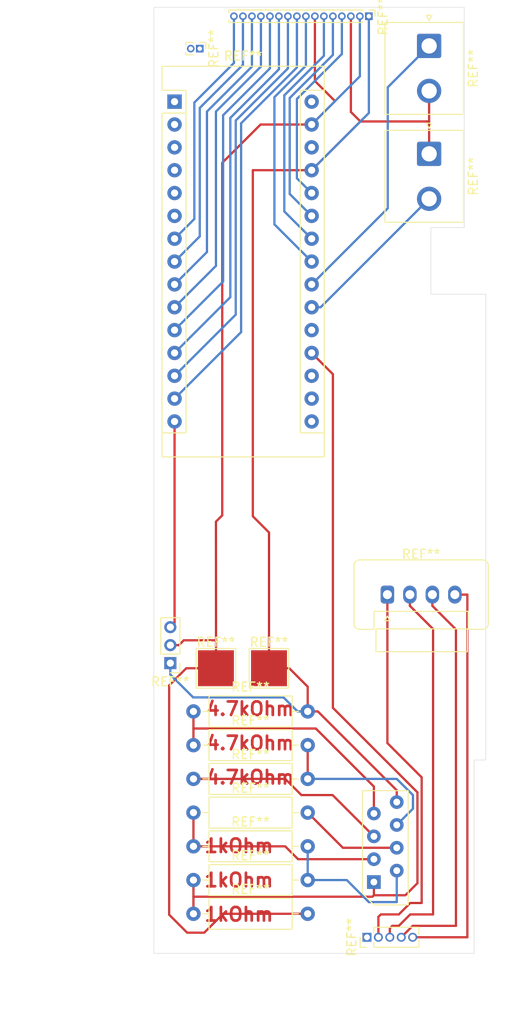
<source format=kicad_pcb>
(kicad_pcb (version 20171130) (host pcbnew 5.1.5)

  (general
    (thickness 1.6)
    (drawings 28)
    (tracks 166)
    (zones 0)
    (modules 18)
    (nets 1)
  )

  (page A4)
  (layers
    (0 F.Cu signal)
    (31 B.Cu signal)
    (32 B.Adhes user)
    (33 F.Adhes user)
    (34 B.Paste user)
    (35 F.Paste user)
    (36 B.SilkS user)
    (37 F.SilkS user hide)
    (38 B.Mask user)
    (39 F.Mask user)
    (40 Dwgs.User user)
    (41 Cmts.User user)
    (42 Eco1.User user)
    (43 Eco2.User user)
    (44 Edge.Cuts user)
    (45 Margin user)
    (46 B.CrtYd user)
    (47 F.CrtYd user)
    (48 B.Fab user)
    (49 F.Fab user hide)
  )

  (setup
    (last_trace_width 0.25)
    (trace_clearance 0.1)
    (zone_clearance 0.508)
    (zone_45_only no)
    (trace_min 0.2)
    (via_size 0.8)
    (via_drill 0.4)
    (via_min_size 0.4)
    (via_min_drill 0.3)
    (uvia_size 0.3)
    (uvia_drill 0.1)
    (uvias_allowed no)
    (uvia_min_size 0.2)
    (uvia_min_drill 0.1)
    (edge_width 0.05)
    (segment_width 0.2)
    (pcb_text_width 0.3)
    (pcb_text_size 1.5 1.5)
    (mod_edge_width 0.12)
    (mod_text_size 1 1)
    (mod_text_width 0.15)
    (pad_size 1.524 1.524)
    (pad_drill 0.762)
    (pad_to_mask_clearance 0.051)
    (solder_mask_min_width 0.25)
    (aux_axis_origin 0 0)
    (visible_elements FFFFFF7F)
    (pcbplotparams
      (layerselection 0x010fc_ffffffff)
      (usegerberextensions false)
      (usegerberattributes false)
      (usegerberadvancedattributes false)
      (creategerberjobfile false)
      (excludeedgelayer true)
      (linewidth 0.100000)
      (plotframeref true)
      (viasonmask false)
      (mode 1)
      (useauxorigin false)
      (hpglpennumber 1)
      (hpglpenspeed 20)
      (hpglpendiameter 15.000000)
      (psnegative false)
      (psa4output false)
      (plotreference true)
      (plotvalue true)
      (plotinvisibletext false)
      (padsonsilk false)
      (subtractmaskfromsilk false)
      (outputformat 1)
      (mirror false)
      (drillshape 0)
      (scaleselection 1)
      (outputdirectory "gerber/"))
  )

  (net 0 "")

  (net_class Default "Dies ist die voreingestellte Netzklasse."
    (clearance 0.1)
    (trace_width 0.25)
    (via_dia 0.8)
    (via_drill 0.4)
    (uvia_dia 0.3)
    (uvia_drill 0.1)
  )

  (module Connector_PinHeader_2.00mm:PinHeader_1x03_P2.00mm_Vertical (layer F.Cu) (tedit 59FED667) (tstamp 5DE18B0B)
    (at 74.93 138.43 180)
    (descr "Through hole straight pin header, 1x03, 2.00mm pitch, single row")
    (tags "Through hole pin header THT 1x03 2.00mm single row")
    (fp_text reference REF** (at 0 -2.06) (layer F.SilkS)
      (effects (font (size 1 1) (thickness 0.15)))
    )
    (fp_text value PinHeader_1x03_P2.00mm_Vertical (at 0 6.06) (layer F.Fab)
      (effects (font (size 1 1) (thickness 0.15)))
    )
    (fp_text user %R (at 0 2 90) (layer F.Fab)
      (effects (font (size 1 1) (thickness 0.15)))
    )
    (fp_line (start 1.5 -1.5) (end -1.5 -1.5) (layer F.CrtYd) (width 0.05))
    (fp_line (start 1.5 5.5) (end 1.5 -1.5) (layer F.CrtYd) (width 0.05))
    (fp_line (start -1.5 5.5) (end 1.5 5.5) (layer F.CrtYd) (width 0.05))
    (fp_line (start -1.5 -1.5) (end -1.5 5.5) (layer F.CrtYd) (width 0.05))
    (fp_line (start -1.06 -1.06) (end 0 -1.06) (layer F.SilkS) (width 0.12))
    (fp_line (start -1.06 0) (end -1.06 -1.06) (layer F.SilkS) (width 0.12))
    (fp_line (start -1.06 1) (end 1.06 1) (layer F.SilkS) (width 0.12))
    (fp_line (start 1.06 1) (end 1.06 5.06) (layer F.SilkS) (width 0.12))
    (fp_line (start -1.06 1) (end -1.06 5.06) (layer F.SilkS) (width 0.12))
    (fp_line (start -1.06 5.06) (end 1.06 5.06) (layer F.SilkS) (width 0.12))
    (fp_line (start -1 -0.5) (end -0.5 -1) (layer F.Fab) (width 0.1))
    (fp_line (start -1 5) (end -1 -0.5) (layer F.Fab) (width 0.1))
    (fp_line (start 1 5) (end -1 5) (layer F.Fab) (width 0.1))
    (fp_line (start 1 -1) (end 1 5) (layer F.Fab) (width 0.1))
    (fp_line (start -0.5 -1) (end 1 -1) (layer F.Fab) (width 0.1))
    (pad 3 thru_hole oval (at 0 4 180) (size 1.35 1.35) (drill 0.8) (layers *.Cu *.Mask))
    (pad 2 thru_hole oval (at 0 2 180) (size 1.35 1.35) (drill 0.8) (layers *.Cu *.Mask))
    (pad 1 thru_hole rect (at 0 0 180) (size 1.35 1.35) (drill 0.8) (layers *.Cu *.Mask))
    (model ${KISYS3DMOD}/Connector_PinHeader_2.00mm.3dshapes/PinHeader_1x03_P2.00mm_Vertical.wrl
      (at (xyz 0 0 0))
      (scale (xyz 1 1 1))
      (rotate (xyz 0 0 0))
    )
  )

  (module Connector_Stocko:Stocko_MKS_1654-6-0-404_1x4_P2.50mm_Vertical (layer F.Cu) (tedit 5C7139E8) (tstamp 5DE180F2)
    (at 99.06 130.81)
    (descr "Stocko MKS 16xx series connector, (https://www.stocko-contact.com/downloads/steckverbindersystem-raster-2,5-mm.pdf#page=15), generated with kicad-footprint-generator")
    (tags "Stocko RFK MKS 16xx")
    (fp_text reference REF** (at 3.75 -4.5) (layer F.SilkS)
      (effects (font (size 1 1) (thickness 0.15)))
    )
    (fp_text value Stocko_MKS_1654-6-0-404_1x4_P2.50mm_Vertical (at 3.75 5.86) (layer F.Fab)
      (effects (font (size 1 1) (thickness 0.15)))
    )
    (fp_text user %R (at 3.75 -2) (layer F.Fab)
      (effects (font (size 1 1) (thickness 0.15)))
    )
    (fp_line (start 11.6 -4.25) (end -4.1 -4.25) (layer F.CrtYd) (width 0.05))
    (fp_line (start 11.6 4.25) (end 11.6 -4.25) (layer F.CrtYd) (width 0.05))
    (fp_line (start -4.1 4.25) (end 11.6 4.25) (layer F.CrtYd) (width 0.05))
    (fp_line (start -4.1 -4.25) (end -4.1 4.25) (layer F.CrtYd) (width 0.05))
    (fp_line (start 0 1.25) (end 0.5 1.75) (layer F.Fab) (width 0.1))
    (fp_line (start -0.5 1.75) (end 0 1.25) (layer F.Fab) (width 0.1))
    (fp_line (start 0.5 1.75) (end 9.1 1.75) (layer F.Fab) (width 0.1))
    (fp_line (start -1.6 1.75) (end -0.5 1.75) (layer F.Fab) (width 0.1))
    (fp_line (start 9.1 3.75) (end 9.1 1.75) (layer F.Fab) (width 0.1))
    (fp_line (start 10.6 3.75) (end 9.1 3.75) (layer F.Fab) (width 0.1))
    (fp_line (start -1.6 3.75) (end -1.6 1.75) (layer F.Fab) (width 0.1))
    (fp_line (start -3.1 3.75) (end -1.6 3.75) (layer F.Fab) (width 0.1))
    (fp_line (start 11.1 -3.25) (end 11.1 3.25) (layer F.Fab) (width 0.1))
    (fp_line (start -3.6 -3.25) (end -3.6 3.25) (layer F.Fab) (width 0.1))
    (fp_line (start -3.1 -3.75) (end 10.6 -3.75) (layer F.Fab) (width 0.1))
    (fp_line (start -0.3 2.9) (end 0.3 2.9) (layer F.SilkS) (width 0.12))
    (fp_line (start 0 2.4) (end -0.3 2.9) (layer F.SilkS) (width 0.12))
    (fp_line (start 0.3 2.9) (end 0 2.4) (layer F.SilkS) (width 0.12))
    (fp_line (start -1.49 1.86) (end 8.99 1.86) (layer F.SilkS) (width 0.12))
    (fp_line (start 8.99 3.86) (end 8.99 1.86) (layer F.SilkS) (width 0.12))
    (fp_line (start 10.6 3.86) (end 8.99 3.86) (layer F.SilkS) (width 0.12))
    (fp_line (start -1.49 3.86) (end -1.49 1.86) (layer F.SilkS) (width 0.12))
    (fp_line (start -3.1 3.86) (end -1.49 3.86) (layer F.SilkS) (width 0.12))
    (fp_line (start 11.21 -3.25) (end 11.21 3.25) (layer F.SilkS) (width 0.12))
    (fp_line (start -3.71 -3.25) (end -3.71 3.25) (layer F.SilkS) (width 0.12))
    (fp_line (start -3.1 -3.86) (end 10.6 -3.86) (layer F.SilkS) (width 0.12))
    (fp_arc (start 10.6 3.25) (end 11.1 3.25) (angle 90) (layer F.Fab) (width 0.1))
    (fp_arc (start -3.1 3.25) (end -3.1 3.75) (angle 90) (layer F.Fab) (width 0.1))
    (fp_arc (start 10.6 -3.25) (end 10.6 -3.75) (angle 90) (layer F.Fab) (width 0.1))
    (fp_arc (start -3.1 -3.25) (end -3.6 -3.25) (angle 90) (layer F.Fab) (width 0.1))
    (fp_arc (start 10.6 3.25) (end 11.21 3.25) (angle 90) (layer F.SilkS) (width 0.12))
    (fp_arc (start -3.1 3.25) (end -3.1 3.86) (angle 90) (layer F.SilkS) (width 0.12))
    (fp_arc (start 10.6 -3.25) (end 10.6 -3.86) (angle 90) (layer F.SilkS) (width 0.12))
    (fp_arc (start -3.1 -3.25) (end -3.71 -3.25) (angle 90) (layer F.SilkS) (width 0.12))
    (pad 4 thru_hole oval (at 7.5 0) (size 1.5 2) (drill 1) (layers *.Cu *.Mask))
    (pad 3 thru_hole oval (at 5 0) (size 1.5 2) (drill 1) (layers *.Cu *.Mask))
    (pad 2 thru_hole oval (at 2.5 0) (size 1.5 2) (drill 1) (layers *.Cu *.Mask))
    (pad 1 thru_hole roundrect (at 0 0) (size 1.5 2) (drill 1) (layers *.Cu *.Mask) (roundrect_rratio 0.25))
    (model ${KISYS3DMOD}/Connector_Stocko.3dshapes/Stocko_MKS_1654-6-0-404_1x4_P2.50mm_Vertical.wrl
      (at (xyz 0 0 0))
      (scale (xyz 1 1 1))
      (rotate (xyz 0 0 0))
    )
  )

  (module Resistor_THT:R_Axial_DIN0309_L9.0mm_D3.2mm_P12.70mm_Horizontal (layer F.Cu) (tedit 5AE5139B) (tstamp 5DCED6C8)
    (at 77.5 166.3)
    (descr "Resistor, Axial_DIN0309 series, Axial, Horizontal, pin pitch=12.7mm, 0.5W = 1/2W, length*diameter=9*3.2mm^2, http://cdn-reichelt.de/documents/datenblatt/B400/1_4W%23YAG.pdf")
    (tags "Resistor Axial_DIN0309 series Axial Horizontal pin pitch 12.7mm 0.5W = 1/2W length 9mm diameter 3.2mm")
    (fp_text reference REF** (at 6.35 -2.72) (layer F.SilkS)
      (effects (font (size 1 1) (thickness 0.15)))
    )
    (fp_text value R_Axial_DIN0309_L9.0mm_D3.2mm_P12.70mm_Horizontal (at 6.35 2.72) (layer F.Fab)
      (effects (font (size 1 1) (thickness 0.15)))
    )
    (fp_line (start 1.85 -1.6) (end 1.85 1.6) (layer F.Fab) (width 0.1))
    (fp_line (start 1.85 1.6) (end 10.85 1.6) (layer F.Fab) (width 0.1))
    (fp_line (start 10.85 1.6) (end 10.85 -1.6) (layer F.Fab) (width 0.1))
    (fp_line (start 10.85 -1.6) (end 1.85 -1.6) (layer F.Fab) (width 0.1))
    (fp_line (start 0 0) (end 1.85 0) (layer F.Fab) (width 0.1))
    (fp_line (start 12.7 0) (end 10.85 0) (layer F.Fab) (width 0.1))
    (fp_line (start 1.73 -1.72) (end 1.73 1.72) (layer F.SilkS) (width 0.12))
    (fp_line (start 1.73 1.72) (end 10.97 1.72) (layer F.SilkS) (width 0.12))
    (fp_line (start 10.97 1.72) (end 10.97 -1.72) (layer F.SilkS) (width 0.12))
    (fp_line (start 10.97 -1.72) (end 1.73 -1.72) (layer F.SilkS) (width 0.12))
    (fp_line (start 1.04 0) (end 1.73 0) (layer F.SilkS) (width 0.12))
    (fp_line (start 11.66 0) (end 10.97 0) (layer F.SilkS) (width 0.12))
    (fp_line (start -1.05 -1.85) (end -1.05 1.85) (layer F.CrtYd) (width 0.05))
    (fp_line (start -1.05 1.85) (end 13.75 1.85) (layer F.CrtYd) (width 0.05))
    (fp_line (start 13.75 1.85) (end 13.75 -1.85) (layer F.CrtYd) (width 0.05))
    (fp_line (start 13.75 -1.85) (end -1.05 -1.85) (layer F.CrtYd) (width 0.05))
    (fp_text user %R (at 6.35 0) (layer F.Fab)
      (effects (font (size 1 1) (thickness 0.15)))
    )
    (pad 1 thru_hole circle (at 0 0) (size 1.6 1.6) (drill 0.8) (layers *.Cu *.Mask))
    (pad 2 thru_hole oval (at 12.7 0) (size 1.6 1.6) (drill 0.8) (layers *.Cu *.Mask))
    (model ${KISYS3DMOD}/Resistor_THT.3dshapes/R_Axial_DIN0309_L9.0mm_D3.2mm_P12.70mm_Horizontal.wrl
      (at (xyz 0 0 0))
      (scale (xyz 1 1 1))
      (rotate (xyz 0 0 0))
    )
  )

  (module Resistor_THT:R_Axial_DIN0309_L9.0mm_D3.2mm_P12.70mm_Horizontal (layer F.Cu) (tedit 5AE5139B) (tstamp 5DCED69C)
    (at 77.5 162.55)
    (descr "Resistor, Axial_DIN0309 series, Axial, Horizontal, pin pitch=12.7mm, 0.5W = 1/2W, length*diameter=9*3.2mm^2, http://cdn-reichelt.de/documents/datenblatt/B400/1_4W%23YAG.pdf")
    (tags "Resistor Axial_DIN0309 series Axial Horizontal pin pitch 12.7mm 0.5W = 1/2W length 9mm diameter 3.2mm")
    (fp_text reference REF** (at 6.35 -2.72) (layer F.SilkS)
      (effects (font (size 1 1) (thickness 0.15)))
    )
    (fp_text value R_Axial_DIN0309_L9.0mm_D3.2mm_P12.70mm_Horizontal (at 6.35 2.72) (layer F.Fab)
      (effects (font (size 1 1) (thickness 0.15)))
    )
    (fp_line (start 1.85 -1.6) (end 1.85 1.6) (layer F.Fab) (width 0.1))
    (fp_line (start 1.85 1.6) (end 10.85 1.6) (layer F.Fab) (width 0.1))
    (fp_line (start 10.85 1.6) (end 10.85 -1.6) (layer F.Fab) (width 0.1))
    (fp_line (start 10.85 -1.6) (end 1.85 -1.6) (layer F.Fab) (width 0.1))
    (fp_line (start 0 0) (end 1.85 0) (layer F.Fab) (width 0.1))
    (fp_line (start 12.7 0) (end 10.85 0) (layer F.Fab) (width 0.1))
    (fp_line (start 1.73 -1.72) (end 1.73 1.72) (layer F.SilkS) (width 0.12))
    (fp_line (start 1.73 1.72) (end 10.97 1.72) (layer F.SilkS) (width 0.12))
    (fp_line (start 10.97 1.72) (end 10.97 -1.72) (layer F.SilkS) (width 0.12))
    (fp_line (start 10.97 -1.72) (end 1.73 -1.72) (layer F.SilkS) (width 0.12))
    (fp_line (start 1.04 0) (end 1.73 0) (layer F.SilkS) (width 0.12))
    (fp_line (start 11.66 0) (end 10.97 0) (layer F.SilkS) (width 0.12))
    (fp_line (start -1.05 -1.85) (end -1.05 1.85) (layer F.CrtYd) (width 0.05))
    (fp_line (start -1.05 1.85) (end 13.75 1.85) (layer F.CrtYd) (width 0.05))
    (fp_line (start 13.75 1.85) (end 13.75 -1.85) (layer F.CrtYd) (width 0.05))
    (fp_line (start 13.75 -1.85) (end -1.05 -1.85) (layer F.CrtYd) (width 0.05))
    (fp_text user %R (at 6.35 0) (layer F.Fab)
      (effects (font (size 1 1) (thickness 0.15)))
    )
    (pad 1 thru_hole circle (at 0 0) (size 1.6 1.6) (drill 0.8) (layers *.Cu *.Mask))
    (pad 2 thru_hole oval (at 12.7 0) (size 1.6 1.6) (drill 0.8) (layers *.Cu *.Mask))
    (model ${KISYS3DMOD}/Resistor_THT.3dshapes/R_Axial_DIN0309_L9.0mm_D3.2mm_P12.70mm_Horizontal.wrl
      (at (xyz 0 0 0))
      (scale (xyz 1 1 1))
      (rotate (xyz 0 0 0))
    )
  )

  (module Resistor_THT:R_Axial_DIN0309_L9.0mm_D3.2mm_P12.70mm_Horizontal (layer F.Cu) (tedit 5AE5139B) (tstamp 5DCED670)
    (at 77.5 158.8)
    (descr "Resistor, Axial_DIN0309 series, Axial, Horizontal, pin pitch=12.7mm, 0.5W = 1/2W, length*diameter=9*3.2mm^2, http://cdn-reichelt.de/documents/datenblatt/B400/1_4W%23YAG.pdf")
    (tags "Resistor Axial_DIN0309 series Axial Horizontal pin pitch 12.7mm 0.5W = 1/2W length 9mm diameter 3.2mm")
    (fp_text reference REF** (at 6.35 -2.72) (layer F.SilkS)
      (effects (font (size 1 1) (thickness 0.15)))
    )
    (fp_text value R_Axial_DIN0309_L9.0mm_D3.2mm_P12.70mm_Horizontal (at 6.35 2.72) (layer F.Fab)
      (effects (font (size 1 1) (thickness 0.15)))
    )
    (fp_line (start 1.85 -1.6) (end 1.85 1.6) (layer F.Fab) (width 0.1))
    (fp_line (start 1.85 1.6) (end 10.85 1.6) (layer F.Fab) (width 0.1))
    (fp_line (start 10.85 1.6) (end 10.85 -1.6) (layer F.Fab) (width 0.1))
    (fp_line (start 10.85 -1.6) (end 1.85 -1.6) (layer F.Fab) (width 0.1))
    (fp_line (start 0 0) (end 1.85 0) (layer F.Fab) (width 0.1))
    (fp_line (start 12.7 0) (end 10.85 0) (layer F.Fab) (width 0.1))
    (fp_line (start 1.73 -1.72) (end 1.73 1.72) (layer F.SilkS) (width 0.12))
    (fp_line (start 1.73 1.72) (end 10.97 1.72) (layer F.SilkS) (width 0.12))
    (fp_line (start 10.97 1.72) (end 10.97 -1.72) (layer F.SilkS) (width 0.12))
    (fp_line (start 10.97 -1.72) (end 1.73 -1.72) (layer F.SilkS) (width 0.12))
    (fp_line (start 1.04 0) (end 1.73 0) (layer F.SilkS) (width 0.12))
    (fp_line (start 11.66 0) (end 10.97 0) (layer F.SilkS) (width 0.12))
    (fp_line (start -1.05 -1.85) (end -1.05 1.85) (layer F.CrtYd) (width 0.05))
    (fp_line (start -1.05 1.85) (end 13.75 1.85) (layer F.CrtYd) (width 0.05))
    (fp_line (start 13.75 1.85) (end 13.75 -1.85) (layer F.CrtYd) (width 0.05))
    (fp_line (start 13.75 -1.85) (end -1.05 -1.85) (layer F.CrtYd) (width 0.05))
    (fp_text user %R (at 6.35 0) (layer F.Fab)
      (effects (font (size 1 1) (thickness 0.15)))
    )
    (pad 1 thru_hole circle (at 0 0) (size 1.6 1.6) (drill 0.8) (layers *.Cu *.Mask))
    (pad 2 thru_hole oval (at 12.7 0) (size 1.6 1.6) (drill 0.8) (layers *.Cu *.Mask))
    (model ${KISYS3DMOD}/Resistor_THT.3dshapes/R_Axial_DIN0309_L9.0mm_D3.2mm_P12.70mm_Horizontal.wrl
      (at (xyz 0 0 0))
      (scale (xyz 1 1 1))
      (rotate (xyz 0 0 0))
    )
  )

  (module Resistor_THT:R_Axial_DIN0309_L9.0mm_D3.2mm_P12.70mm_Horizontal (layer F.Cu) (tedit 5AE5139B) (tstamp 5DCED644)
    (at 77.5 155.05)
    (descr "Resistor, Axial_DIN0309 series, Axial, Horizontal, pin pitch=12.7mm, 0.5W = 1/2W, length*diameter=9*3.2mm^2, http://cdn-reichelt.de/documents/datenblatt/B400/1_4W%23YAG.pdf")
    (tags "Resistor Axial_DIN0309 series Axial Horizontal pin pitch 12.7mm 0.5W = 1/2W length 9mm diameter 3.2mm")
    (fp_text reference REF** (at 6.35 -2.72) (layer F.SilkS)
      (effects (font (size 1 1) (thickness 0.15)))
    )
    (fp_text value R_Axial_DIN0309_L9.0mm_D3.2mm_P12.70mm_Horizontal (at 6.35 2.72) (layer F.Fab)
      (effects (font (size 1 1) (thickness 0.15)))
    )
    (fp_line (start 1.85 -1.6) (end 1.85 1.6) (layer F.Fab) (width 0.1))
    (fp_line (start 1.85 1.6) (end 10.85 1.6) (layer F.Fab) (width 0.1))
    (fp_line (start 10.85 1.6) (end 10.85 -1.6) (layer F.Fab) (width 0.1))
    (fp_line (start 10.85 -1.6) (end 1.85 -1.6) (layer F.Fab) (width 0.1))
    (fp_line (start 0 0) (end 1.85 0) (layer F.Fab) (width 0.1))
    (fp_line (start 12.7 0) (end 10.85 0) (layer F.Fab) (width 0.1))
    (fp_line (start 1.73 -1.72) (end 1.73 1.72) (layer F.SilkS) (width 0.12))
    (fp_line (start 1.73 1.72) (end 10.97 1.72) (layer F.SilkS) (width 0.12))
    (fp_line (start 10.97 1.72) (end 10.97 -1.72) (layer F.SilkS) (width 0.12))
    (fp_line (start 10.97 -1.72) (end 1.73 -1.72) (layer F.SilkS) (width 0.12))
    (fp_line (start 1.04 0) (end 1.73 0) (layer F.SilkS) (width 0.12))
    (fp_line (start 11.66 0) (end 10.97 0) (layer F.SilkS) (width 0.12))
    (fp_line (start -1.05 -1.85) (end -1.05 1.85) (layer F.CrtYd) (width 0.05))
    (fp_line (start -1.05 1.85) (end 13.75 1.85) (layer F.CrtYd) (width 0.05))
    (fp_line (start 13.75 1.85) (end 13.75 -1.85) (layer F.CrtYd) (width 0.05))
    (fp_line (start 13.75 -1.85) (end -1.05 -1.85) (layer F.CrtYd) (width 0.05))
    (fp_text user %R (at 6.35 0) (layer F.Fab)
      (effects (font (size 1 1) (thickness 0.15)))
    )
    (pad 1 thru_hole circle (at 0 0) (size 1.6 1.6) (drill 0.8) (layers *.Cu *.Mask))
    (pad 2 thru_hole oval (at 12.7 0) (size 1.6 1.6) (drill 0.8) (layers *.Cu *.Mask))
    (model ${KISYS3DMOD}/Resistor_THT.3dshapes/R_Axial_DIN0309_L9.0mm_D3.2mm_P12.70mm_Horizontal.wrl
      (at (xyz 0 0 0))
      (scale (xyz 1 1 1))
      (rotate (xyz 0 0 0))
    )
  )

  (module Resistor_THT:R_Axial_DIN0309_L9.0mm_D3.2mm_P12.70mm_Horizontal (layer F.Cu) (tedit 5AE5139B) (tstamp 5DCED618)
    (at 77.5 151.3)
    (descr "Resistor, Axial_DIN0309 series, Axial, Horizontal, pin pitch=12.7mm, 0.5W = 1/2W, length*diameter=9*3.2mm^2, http://cdn-reichelt.de/documents/datenblatt/B400/1_4W%23YAG.pdf")
    (tags "Resistor Axial_DIN0309 series Axial Horizontal pin pitch 12.7mm 0.5W = 1/2W length 9mm diameter 3.2mm")
    (fp_text reference REF** (at 6.35 -2.72) (layer F.SilkS)
      (effects (font (size 1 1) (thickness 0.15)))
    )
    (fp_text value R_Axial_DIN0309_L9.0mm_D3.2mm_P12.70mm_Horizontal (at 6.35 2.72) (layer F.Fab)
      (effects (font (size 1 1) (thickness 0.15)))
    )
    (fp_line (start 1.85 -1.6) (end 1.85 1.6) (layer F.Fab) (width 0.1))
    (fp_line (start 1.85 1.6) (end 10.85 1.6) (layer F.Fab) (width 0.1))
    (fp_line (start 10.85 1.6) (end 10.85 -1.6) (layer F.Fab) (width 0.1))
    (fp_line (start 10.85 -1.6) (end 1.85 -1.6) (layer F.Fab) (width 0.1))
    (fp_line (start 0 0) (end 1.85 0) (layer F.Fab) (width 0.1))
    (fp_line (start 12.7 0) (end 10.85 0) (layer F.Fab) (width 0.1))
    (fp_line (start 1.73 -1.72) (end 1.73 1.72) (layer F.SilkS) (width 0.12))
    (fp_line (start 1.73 1.72) (end 10.97 1.72) (layer F.SilkS) (width 0.12))
    (fp_line (start 10.97 1.72) (end 10.97 -1.72) (layer F.SilkS) (width 0.12))
    (fp_line (start 10.97 -1.72) (end 1.73 -1.72) (layer F.SilkS) (width 0.12))
    (fp_line (start 1.04 0) (end 1.73 0) (layer F.SilkS) (width 0.12))
    (fp_line (start 11.66 0) (end 10.97 0) (layer F.SilkS) (width 0.12))
    (fp_line (start -1.05 -1.85) (end -1.05 1.85) (layer F.CrtYd) (width 0.05))
    (fp_line (start -1.05 1.85) (end 13.75 1.85) (layer F.CrtYd) (width 0.05))
    (fp_line (start 13.75 1.85) (end 13.75 -1.85) (layer F.CrtYd) (width 0.05))
    (fp_line (start 13.75 -1.85) (end -1.05 -1.85) (layer F.CrtYd) (width 0.05))
    (fp_text user %R (at 6.35 0) (layer F.Fab)
      (effects (font (size 1 1) (thickness 0.15)))
    )
    (pad 1 thru_hole circle (at 0 0) (size 1.6 1.6) (drill 0.8) (layers *.Cu *.Mask))
    (pad 2 thru_hole oval (at 12.7 0) (size 1.6 1.6) (drill 0.8) (layers *.Cu *.Mask))
    (model ${KISYS3DMOD}/Resistor_THT.3dshapes/R_Axial_DIN0309_L9.0mm_D3.2mm_P12.70mm_Horizontal.wrl
      (at (xyz 0 0 0))
      (scale (xyz 1 1 1))
      (rotate (xyz 0 0 0))
    )
  )

  (module Resistor_THT:R_Axial_DIN0309_L9.0mm_D3.2mm_P12.70mm_Horizontal (layer F.Cu) (tedit 5AE5139B) (tstamp 5DCED5EC)
    (at 77.5 147.55)
    (descr "Resistor, Axial_DIN0309 series, Axial, Horizontal, pin pitch=12.7mm, 0.5W = 1/2W, length*diameter=9*3.2mm^2, http://cdn-reichelt.de/documents/datenblatt/B400/1_4W%23YAG.pdf")
    (tags "Resistor Axial_DIN0309 series Axial Horizontal pin pitch 12.7mm 0.5W = 1/2W length 9mm diameter 3.2mm")
    (fp_text reference REF** (at 6.35 -2.72) (layer F.SilkS)
      (effects (font (size 1 1) (thickness 0.15)))
    )
    (fp_text value R_Axial_DIN0309_L9.0mm_D3.2mm_P12.70mm_Horizontal (at 6.35 2.72) (layer F.Fab)
      (effects (font (size 1 1) (thickness 0.15)))
    )
    (fp_line (start 1.85 -1.6) (end 1.85 1.6) (layer F.Fab) (width 0.1))
    (fp_line (start 1.85 1.6) (end 10.85 1.6) (layer F.Fab) (width 0.1))
    (fp_line (start 10.85 1.6) (end 10.85 -1.6) (layer F.Fab) (width 0.1))
    (fp_line (start 10.85 -1.6) (end 1.85 -1.6) (layer F.Fab) (width 0.1))
    (fp_line (start 0 0) (end 1.85 0) (layer F.Fab) (width 0.1))
    (fp_line (start 12.7 0) (end 10.85 0) (layer F.Fab) (width 0.1))
    (fp_line (start 1.73 -1.72) (end 1.73 1.72) (layer F.SilkS) (width 0.12))
    (fp_line (start 1.73 1.72) (end 10.97 1.72) (layer F.SilkS) (width 0.12))
    (fp_line (start 10.97 1.72) (end 10.97 -1.72) (layer F.SilkS) (width 0.12))
    (fp_line (start 10.97 -1.72) (end 1.73 -1.72) (layer F.SilkS) (width 0.12))
    (fp_line (start 1.04 0) (end 1.73 0) (layer F.SilkS) (width 0.12))
    (fp_line (start 11.66 0) (end 10.97 0) (layer F.SilkS) (width 0.12))
    (fp_line (start -1.05 -1.85) (end -1.05 1.85) (layer F.CrtYd) (width 0.05))
    (fp_line (start -1.05 1.85) (end 13.75 1.85) (layer F.CrtYd) (width 0.05))
    (fp_line (start 13.75 1.85) (end 13.75 -1.85) (layer F.CrtYd) (width 0.05))
    (fp_line (start 13.75 -1.85) (end -1.05 -1.85) (layer F.CrtYd) (width 0.05))
    (fp_text user %R (at 6.35 0) (layer F.Fab)
      (effects (font (size 1 1) (thickness 0.15)))
    )
    (pad 1 thru_hole circle (at 0 0) (size 1.6 1.6) (drill 0.8) (layers *.Cu *.Mask))
    (pad 2 thru_hole oval (at 12.7 0) (size 1.6 1.6) (drill 0.8) (layers *.Cu *.Mask))
    (model ${KISYS3DMOD}/Resistor_THT.3dshapes/R_Axial_DIN0309_L9.0mm_D3.2mm_P12.70mm_Horizontal.wrl
      (at (xyz 0 0 0))
      (scale (xyz 1 1 1))
      (rotate (xyz 0 0 0))
    )
  )

  (module Resistor_THT:R_Axial_DIN0309_L9.0mm_D3.2mm_P12.70mm_Horizontal (layer F.Cu) (tedit 5AE5139B) (tstamp 5DCEC5B1)
    (at 77.5 143.8)
    (descr "Resistor, Axial_DIN0309 series, Axial, Horizontal, pin pitch=12.7mm, 0.5W = 1/2W, length*diameter=9*3.2mm^2, http://cdn-reichelt.de/documents/datenblatt/B400/1_4W%23YAG.pdf")
    (tags "Resistor Axial_DIN0309 series Axial Horizontal pin pitch 12.7mm 0.5W = 1/2W length 9mm diameter 3.2mm")
    (fp_text reference REF** (at 6.35 -2.72) (layer F.SilkS)
      (effects (font (size 1 1) (thickness 0.15)))
    )
    (fp_text value R_Axial_DIN0309_L9.0mm_D3.2mm_P12.70mm_Horizontal (at 6.35 2.72) (layer F.Fab)
      (effects (font (size 1 1) (thickness 0.15)))
    )
    (fp_text user %R (at 6.35 0) (layer F.Fab)
      (effects (font (size 1 1) (thickness 0.15)))
    )
    (fp_line (start 13.75 -1.85) (end -1.05 -1.85) (layer F.CrtYd) (width 0.05))
    (fp_line (start 13.75 1.85) (end 13.75 -1.85) (layer F.CrtYd) (width 0.05))
    (fp_line (start -1.05 1.85) (end 13.75 1.85) (layer F.CrtYd) (width 0.05))
    (fp_line (start -1.05 -1.85) (end -1.05 1.85) (layer F.CrtYd) (width 0.05))
    (fp_line (start 11.66 0) (end 10.97 0) (layer F.SilkS) (width 0.12))
    (fp_line (start 1.04 0) (end 1.73 0) (layer F.SilkS) (width 0.12))
    (fp_line (start 10.97 -1.72) (end 1.73 -1.72) (layer F.SilkS) (width 0.12))
    (fp_line (start 10.97 1.72) (end 10.97 -1.72) (layer F.SilkS) (width 0.12))
    (fp_line (start 1.73 1.72) (end 10.97 1.72) (layer F.SilkS) (width 0.12))
    (fp_line (start 1.73 -1.72) (end 1.73 1.72) (layer F.SilkS) (width 0.12))
    (fp_line (start 12.7 0) (end 10.85 0) (layer F.Fab) (width 0.1))
    (fp_line (start 0 0) (end 1.85 0) (layer F.Fab) (width 0.1))
    (fp_line (start 10.85 -1.6) (end 1.85 -1.6) (layer F.Fab) (width 0.1))
    (fp_line (start 10.85 1.6) (end 10.85 -1.6) (layer F.Fab) (width 0.1))
    (fp_line (start 1.85 1.6) (end 10.85 1.6) (layer F.Fab) (width 0.1))
    (fp_line (start 1.85 -1.6) (end 1.85 1.6) (layer F.Fab) (width 0.1))
    (pad 2 thru_hole oval (at 12.7 0) (size 1.6 1.6) (drill 0.8) (layers *.Cu *.Mask))
    (pad 1 thru_hole circle (at 0 0) (size 1.6 1.6) (drill 0.8) (layers *.Cu *.Mask))
    (model ${KISYS3DMOD}/Resistor_THT.3dshapes/R_Axial_DIN0309_L9.0mm_D3.2mm_P12.70mm_Horizontal.wrl
      (at (xyz 0 0 0))
      (scale (xyz 1 1 1))
      (rotate (xyz 0 0 0))
    )
  )

  (module TestPoint:TestPoint_Pad_4.0x4.0mm (layer F.Cu) (tedit 5DC5993C) (tstamp 5DCEE365)
    (at 85.9 139)
    (descr "SMD rectangular pad as test Point, square 4.0mm side length")
    (tags "test point SMD pad rectangle square")
    (attr virtual)
    (fp_text reference REF** (at 0 -2.898) (layer F.SilkS)
      (effects (font (size 1 1) (thickness 0.15)))
    )
    (fp_text value TestPoint_Pad_4.0x4.0mm (at 0 3.1) (layer F.Fab)
      (effects (font (size 1 1) (thickness 0.15)))
    )
    (fp_text user %R (at 0 -2.9) (layer F.Fab)
      (effects (font (size 1 1) (thickness 0.15)))
    )
    (fp_line (start -2.2 -2.2) (end 2.2 -2.2) (layer F.SilkS) (width 0.12))
    (fp_line (start 2.2 -2.2) (end 2.2 2.2) (layer F.SilkS) (width 0.12))
    (fp_line (start 2.2 2.2) (end -2.2 2.2) (layer F.SilkS) (width 0.12))
    (fp_line (start -2.2 2.2) (end -2.2 -2.2) (layer F.SilkS) (width 0.12))
    (fp_line (start -2.5 -2.5) (end 2.5 -2.5) (layer F.CrtYd) (width 0.05))
    (fp_line (start -2.5 -2.5) (end -2.5 2.5) (layer F.CrtYd) (width 0.05))
    (fp_line (start 2.5 2.5) (end 2.5 -2.5) (layer F.CrtYd) (width 0.05))
    (fp_line (start 2.5 2.5) (end -2.5 2.5) (layer F.CrtYd) (width 0.05))
    (pad + connect rect (at 0 0) (size 4 4) (layers F.Cu F.Mask))
  )

  (module TestPoint:TestPoint_Pad_4.0x4.0mm (layer F.Cu) (tedit 5DC5993F) (tstamp 5DCEE38C)
    (at 80 139)
    (descr "SMD rectangular pad as test Point, square 4.0mm side length")
    (tags "test point SMD pad rectangle square")
    (attr virtual)
    (fp_text reference REF** (at 0 -2.898) (layer F.SilkS)
      (effects (font (size 1 1) (thickness 0.15)))
    )
    (fp_text value TestPoint_Pad_4.0x4.0mm (at 0 3.1) (layer F.Fab)
      (effects (font (size 1 1) (thickness 0.15)))
    )
    (fp_text user %R (at 0 -2.9) (layer F.Fab)
      (effects (font (size 1 1) (thickness 0.15)))
    )
    (fp_line (start -2.2 -2.2) (end 2.2 -2.2) (layer F.SilkS) (width 0.12))
    (fp_line (start 2.2 -2.2) (end 2.2 2.2) (layer F.SilkS) (width 0.12))
    (fp_line (start 2.2 2.2) (end -2.2 2.2) (layer F.SilkS) (width 0.12))
    (fp_line (start -2.2 2.2) (end -2.2 -2.2) (layer F.SilkS) (width 0.12))
    (fp_line (start -2.5 -2.5) (end 2.5 -2.5) (layer F.CrtYd) (width 0.05))
    (fp_line (start -2.5 -2.5) (end -2.5 2.5) (layer F.CrtYd) (width 0.05))
    (fp_line (start 2.5 2.5) (end 2.5 -2.5) (layer F.CrtYd) (width 0.05))
    (fp_line (start 2.5 2.5) (end -2.5 2.5) (layer F.CrtYd) (width 0.05))
    (pad - smd rect (at 0 0) (size 4 4) (layers F.Cu F.Mask))
  )

  (module Module:Arduino_Nano (layer F.Cu) (tedit 58ACAF70) (tstamp 5DC655DD)
    (at 75.4 76)
    (descr "Arduino Nano, http://www.mouser.com/pdfdocs/Gravitech_Arduino_Nano3_0.pdf")
    (tags "Arduino Nano")
    (fp_text reference REF** (at 7.62 -5.08) (layer F.SilkS)
      (effects (font (size 1 1) (thickness 0.15)))
    )
    (fp_text value Arduino_Nano (at 8.89 19.05 90) (layer F.Fab)
      (effects (font (size 1 1) (thickness 0.15)))
    )
    (fp_line (start 16.75 42.16) (end -1.53 42.16) (layer F.CrtYd) (width 0.05))
    (fp_line (start 16.75 42.16) (end 16.75 -4.06) (layer F.CrtYd) (width 0.05))
    (fp_line (start -1.53 -4.06) (end -1.53 42.16) (layer F.CrtYd) (width 0.05))
    (fp_line (start -1.53 -4.06) (end 16.75 -4.06) (layer F.CrtYd) (width 0.05))
    (fp_line (start 16.51 -3.81) (end 16.51 39.37) (layer F.Fab) (width 0.1))
    (fp_line (start 0 -3.81) (end 16.51 -3.81) (layer F.Fab) (width 0.1))
    (fp_line (start -1.27 -2.54) (end 0 -3.81) (layer F.Fab) (width 0.1))
    (fp_line (start -1.27 39.37) (end -1.27 -2.54) (layer F.Fab) (width 0.1))
    (fp_line (start 16.51 39.37) (end -1.27 39.37) (layer F.Fab) (width 0.1))
    (fp_line (start 16.64 -3.94) (end -1.4 -3.94) (layer F.SilkS) (width 0.12))
    (fp_line (start 16.64 39.5) (end 16.64 -3.94) (layer F.SilkS) (width 0.12))
    (fp_line (start -1.4 39.5) (end 16.64 39.5) (layer F.SilkS) (width 0.12))
    (fp_line (start 3.81 41.91) (end 3.81 31.75) (layer F.Fab) (width 0.1))
    (fp_line (start 11.43 41.91) (end 3.81 41.91) (layer F.Fab) (width 0.1))
    (fp_line (start 11.43 31.75) (end 11.43 41.91) (layer F.Fab) (width 0.1))
    (fp_line (start 3.81 31.75) (end 11.43 31.75) (layer F.Fab) (width 0.1))
    (fp_line (start 1.27 36.83) (end -1.4 36.83) (layer F.SilkS) (width 0.12))
    (fp_line (start 1.27 1.27) (end 1.27 36.83) (layer F.SilkS) (width 0.12))
    (fp_line (start 1.27 1.27) (end -1.4 1.27) (layer F.SilkS) (width 0.12))
    (fp_line (start 13.97 36.83) (end 16.64 36.83) (layer F.SilkS) (width 0.12))
    (fp_line (start 13.97 -1.27) (end 13.97 36.83) (layer F.SilkS) (width 0.12))
    (fp_line (start 13.97 -1.27) (end 16.64 -1.27) (layer F.SilkS) (width 0.12))
    (fp_line (start -1.4 -3.94) (end -1.4 -1.27) (layer F.SilkS) (width 0.12))
    (fp_line (start -1.4 1.27) (end -1.4 39.5) (layer F.SilkS) (width 0.12))
    (fp_line (start 1.27 -1.27) (end -1.4 -1.27) (layer F.SilkS) (width 0.12))
    (fp_line (start 1.27 1.27) (end 1.27 -1.27) (layer F.SilkS) (width 0.12))
    (fp_text user %R (at 6.35 19.05 90) (layer F.Fab)
      (effects (font (size 1 1) (thickness 0.15)))
    )
    (pad 16 thru_hole oval (at 15.24 35.56) (size 1.6 1.6) (drill 0.8) (layers *.Cu *.Mask))
    (pad 15 thru_hole oval (at 0 35.56) (size 1.6 1.6) (drill 0.8) (layers *.Cu *.Mask))
    (pad 30 thru_hole oval (at 15.24 0) (size 1.6 1.6) (drill 0.8) (layers *.Cu *.Mask))
    (pad 14 thru_hole oval (at 0 33.02) (size 1.6 1.6) (drill 0.8) (layers *.Cu *.Mask))
    (pad 29 thru_hole oval (at 15.24 2.54) (size 1.6 1.6) (drill 0.8) (layers *.Cu *.Mask))
    (pad 13 thru_hole oval (at 0 30.48) (size 1.6 1.6) (drill 0.8) (layers *.Cu *.Mask))
    (pad 28 thru_hole oval (at 15.24 5.08) (size 1.6 1.6) (drill 0.8) (layers *.Cu *.Mask))
    (pad 12 thru_hole oval (at 0 27.94) (size 1.6 1.6) (drill 0.8) (layers *.Cu *.Mask))
    (pad 27 thru_hole oval (at 15.24 7.62) (size 1.6 1.6) (drill 0.8) (layers *.Cu *.Mask))
    (pad 11 thru_hole oval (at 0 25.4) (size 1.6 1.6) (drill 0.8) (layers *.Cu *.Mask))
    (pad 26 thru_hole oval (at 15.24 10.16) (size 1.6 1.6) (drill 0.8) (layers *.Cu *.Mask))
    (pad 10 thru_hole oval (at 0 22.86) (size 1.6 1.6) (drill 0.8) (layers *.Cu *.Mask))
    (pad 25 thru_hole oval (at 15.24 12.7) (size 1.6 1.6) (drill 0.8) (layers *.Cu *.Mask))
    (pad 9 thru_hole oval (at 0 20.32) (size 1.6 1.6) (drill 0.8) (layers *.Cu *.Mask))
    (pad 24 thru_hole oval (at 15.24 15.24) (size 1.6 1.6) (drill 0.8) (layers *.Cu *.Mask))
    (pad 8 thru_hole oval (at 0 17.78) (size 1.6 1.6) (drill 0.8) (layers *.Cu *.Mask))
    (pad 23 thru_hole oval (at 15.24 17.78) (size 1.6 1.6) (drill 0.8) (layers *.Cu *.Mask))
    (pad 7 thru_hole oval (at 0 15.24) (size 1.6 1.6) (drill 0.8) (layers *.Cu *.Mask))
    (pad 22 thru_hole oval (at 15.24 20.32) (size 1.6 1.6) (drill 0.8) (layers *.Cu *.Mask))
    (pad 6 thru_hole oval (at 0 12.7) (size 1.6 1.6) (drill 0.8) (layers *.Cu *.Mask))
    (pad 21 thru_hole oval (at 15.24 22.86) (size 1.6 1.6) (drill 0.8) (layers *.Cu *.Mask))
    (pad 5 thru_hole oval (at 0 10.16) (size 1.6 1.6) (drill 0.8) (layers *.Cu *.Mask))
    (pad 20 thru_hole oval (at 15.24 25.4) (size 1.6 1.6) (drill 0.8) (layers *.Cu *.Mask))
    (pad 4 thru_hole oval (at 0 7.62) (size 1.6 1.6) (drill 0.8) (layers *.Cu *.Mask))
    (pad 19 thru_hole oval (at 15.24 27.94) (size 1.6 1.6) (drill 0.8) (layers *.Cu *.Mask))
    (pad 3 thru_hole oval (at 0 5.08) (size 1.6 1.6) (drill 0.8) (layers *.Cu *.Mask))
    (pad 18 thru_hole oval (at 15.24 30.48) (size 1.6 1.6) (drill 0.8) (layers *.Cu *.Mask))
    (pad 2 thru_hole oval (at 0 2.54) (size 1.6 1.6) (drill 0.8) (layers *.Cu *.Mask))
    (pad 17 thru_hole oval (at 15.24 33.02) (size 1.6 1.6) (drill 0.8) (layers *.Cu *.Mask))
    (pad 1 thru_hole rect (at 0 0) (size 1.6 1.6) (drill 0.8) (layers *.Cu *.Mask))
    (model ${KISYS3DMOD}/Module.3dshapes/Arduino_Nano_WithMountingHoles.wrl
      (at (xyz 0 0 0))
      (scale (xyz 1 1 1))
      (rotate (xyz 0 0 0))
    )
  )

  (module Connector_JST:JST_NV_B02P-NV_1x02_P5.00mm_Vertical (layer F.Cu) (tedit 5B774480) (tstamp 5DC658D6)
    (at 103.7 81.8 270)
    (descr "JST NV series connector, B02P-NV (http://www.jst-mfg.com/product/pdf/eng/eNV.pdf), generated with kicad-footprint-generator")
    (tags "connector JST NV side entry")
    (fp_text reference REF** (at 2.5 -4.9 90) (layer F.SilkS)
      (effects (font (size 1 1) (thickness 0.15)))
    )
    (fp_text value JST_NV_B02P-NV_1x02_P5.00mm_Vertical (at 2.5 6 90) (layer F.Fab)
      (effects (font (size 1 1) (thickness 0.15)))
    )
    (fp_line (start -2.5 -3.7) (end -2.5 4.8) (layer F.Fab) (width 0.1))
    (fp_line (start -2.5 4.8) (end 7.5 4.8) (layer F.Fab) (width 0.1))
    (fp_line (start 7.5 4.8) (end 7.5 -3.7) (layer F.Fab) (width 0.1))
    (fp_line (start 7.5 -3.7) (end -2.5 -3.7) (layer F.Fab) (width 0.1))
    (fp_line (start -2.5 -2) (end 7.5 -2) (layer F.Fab) (width 0.1))
    (fp_line (start -2.5 -1) (end -1.5 0) (layer F.Fab) (width 0.1))
    (fp_line (start -2.5 1) (end -1.5 0) (layer F.Fab) (width 0.1))
    (fp_line (start -3 -4.2) (end -3 5.3) (layer F.CrtYd) (width 0.05))
    (fp_line (start -3 5.3) (end 8 5.3) (layer F.CrtYd) (width 0.05))
    (fp_line (start 8 5.3) (end 8 -4.2) (layer F.CrtYd) (width 0.05))
    (fp_line (start 8 -4.2) (end -3 -4.2) (layer F.CrtYd) (width 0.05))
    (fp_line (start -2.61 -3.81) (end -2.61 4.91) (layer F.SilkS) (width 0.12))
    (fp_line (start -2.61 4.91) (end 7.61 4.91) (layer F.SilkS) (width 0.12))
    (fp_line (start 7.61 4.91) (end 7.61 -3.81) (layer F.SilkS) (width 0.12))
    (fp_line (start 7.61 -3.81) (end -2.61 -3.81) (layer F.SilkS) (width 0.12))
    (fp_line (start -2.81 0) (end -3.41 0.3) (layer F.SilkS) (width 0.12))
    (fp_line (start -3.41 0.3) (end -3.41 -0.3) (layer F.SilkS) (width 0.12))
    (fp_line (start -3.41 -0.3) (end -2.81 0) (layer F.SilkS) (width 0.12))
    (fp_text user %R (at 2.5 4.1 90) (layer F.Fab)
      (effects (font (size 1 1) (thickness 0.15)))
    )
    (pad 1 thru_hole roundrect (at 0 0 270) (size 2.7 2.7) (drill 1.7) (layers *.Cu *.Mask) (roundrect_rratio 0.09259299999999999))
    (pad 2 thru_hole circle (at 5 0 270) (size 2.7 2.7) (drill 1.7) (layers *.Cu *.Mask))
    (model ${KISYS3DMOD}/Connector_JST.3dshapes/JST_NV_B02P-NV_1x02_P5.00mm_Vertical.wrl
      (at (xyz 0 0 0))
      (scale (xyz 1 1 1))
      (rotate (xyz 0 0 0))
    )
  )

  (module Connector_JST:JST_NV_B02P-NV_1x02_P5.00mm_Vertical (layer F.Cu) (tedit 5B774480) (tstamp 5DC65874)
    (at 103.7 69.8 270)
    (descr "JST NV series connector, B02P-NV (http://www.jst-mfg.com/product/pdf/eng/eNV.pdf), generated with kicad-footprint-generator")
    (tags "connector JST NV side entry")
    (fp_text reference REF** (at 2.5 -4.9 90) (layer F.SilkS)
      (effects (font (size 1 1) (thickness 0.15)))
    )
    (fp_text value JST_NV_B02P-NV_1x02_P5.00mm_Vertical (at 2.5 6 90) (layer F.Fab)
      (effects (font (size 1 1) (thickness 0.15)))
    )
    (fp_text user %R (at 2.5 4.1 90) (layer F.Fab)
      (effects (font (size 1 1) (thickness 0.15)))
    )
    (fp_line (start -3.41 -0.3) (end -2.81 0) (layer F.SilkS) (width 0.12))
    (fp_line (start -3.41 0.3) (end -3.41 -0.3) (layer F.SilkS) (width 0.12))
    (fp_line (start -2.81 0) (end -3.41 0.3) (layer F.SilkS) (width 0.12))
    (fp_line (start 7.61 -3.81) (end -2.61 -3.81) (layer F.SilkS) (width 0.12))
    (fp_line (start 7.61 4.91) (end 7.61 -3.81) (layer F.SilkS) (width 0.12))
    (fp_line (start -2.61 4.91) (end 7.61 4.91) (layer F.SilkS) (width 0.12))
    (fp_line (start -2.61 -3.81) (end -2.61 4.91) (layer F.SilkS) (width 0.12))
    (fp_line (start 8 -4.2) (end -3 -4.2) (layer F.CrtYd) (width 0.05))
    (fp_line (start 8 5.3) (end 8 -4.2) (layer F.CrtYd) (width 0.05))
    (fp_line (start -3 5.3) (end 8 5.3) (layer F.CrtYd) (width 0.05))
    (fp_line (start -3 -4.2) (end -3 5.3) (layer F.CrtYd) (width 0.05))
    (fp_line (start -2.5 1) (end -1.5 0) (layer F.Fab) (width 0.1))
    (fp_line (start -2.5 -1) (end -1.5 0) (layer F.Fab) (width 0.1))
    (fp_line (start -2.5 -2) (end 7.5 -2) (layer F.Fab) (width 0.1))
    (fp_line (start 7.5 -3.7) (end -2.5 -3.7) (layer F.Fab) (width 0.1))
    (fp_line (start 7.5 4.8) (end 7.5 -3.7) (layer F.Fab) (width 0.1))
    (fp_line (start -2.5 4.8) (end 7.5 4.8) (layer F.Fab) (width 0.1))
    (fp_line (start -2.5 -3.7) (end -2.5 4.8) (layer F.Fab) (width 0.1))
    (pad 2 thru_hole circle (at 5 0 270) (size 2.7 2.7) (drill 1.7) (layers *.Cu *.Mask))
    (pad 1 thru_hole roundrect (at 0 0 270) (size 2.7 2.7) (drill 1.7) (layers *.Cu *.Mask) (roundrect_rratio 0.09259299999999999))
    (model ${KISYS3DMOD}/Connector_JST.3dshapes/JST_NV_B02P-NV_1x02_P5.00mm_Vertical.wrl
      (at (xyz 0 0 0))
      (scale (xyz 1 1 1))
      (rotate (xyz 0 0 0))
    )
  )

  (module Connector_PinHeader_1.00mm:PinHeader_1x16_P1.00mm_Vertical (layer F.Cu) (tedit 59FED738) (tstamp 5DC5D8D7)
    (at 97 66.5 270)
    (descr "Through hole straight pin header, 1x16, 1.00mm pitch, single row")
    (tags "Through hole pin header THT 1x16 1.00mm single row")
    (fp_text reference REF** (at 0 -1.56 90) (layer F.SilkS)
      (effects (font (size 1 1) (thickness 0.15)))
    )
    (fp_text value PinHeader_1x16_P1.00mm_Vertical (at 0 16.56 90) (layer F.Fab)
      (effects (font (size 1 1) (thickness 0.15)))
    )
    (fp_text user %R (at 0 7.5) (layer F.Fab)
      (effects (font (size 0.76 0.76) (thickness 0.114)))
    )
    (fp_line (start 1.15 -1) (end -1.15 -1) (layer F.CrtYd) (width 0.05))
    (fp_line (start 1.15 16) (end 1.15 -1) (layer F.CrtYd) (width 0.05))
    (fp_line (start -1.15 16) (end 1.15 16) (layer F.CrtYd) (width 0.05))
    (fp_line (start -1.15 -1) (end -1.15 16) (layer F.CrtYd) (width 0.05))
    (fp_line (start -0.695 -0.685) (end 0 -0.685) (layer F.SilkS) (width 0.12))
    (fp_line (start -0.695 0) (end -0.695 -0.685) (layer F.SilkS) (width 0.12))
    (fp_line (start 0.608276 0.685) (end 0.695 0.685) (layer F.SilkS) (width 0.12))
    (fp_line (start -0.695 0.685) (end -0.608276 0.685) (layer F.SilkS) (width 0.12))
    (fp_line (start 0.695 0.685) (end 0.695 15.56) (layer F.SilkS) (width 0.12))
    (fp_line (start -0.695 0.685) (end -0.695 15.56) (layer F.SilkS) (width 0.12))
    (fp_line (start 0.394493 15.56) (end 0.695 15.56) (layer F.SilkS) (width 0.12))
    (fp_line (start -0.695 15.56) (end -0.394493 15.56) (layer F.SilkS) (width 0.12))
    (fp_line (start -0.635 -0.1825) (end -0.3175 -0.5) (layer F.Fab) (width 0.1))
    (fp_line (start -0.635 15.5) (end -0.635 -0.1825) (layer F.Fab) (width 0.1))
    (fp_line (start 0.635 15.5) (end -0.635 15.5) (layer F.Fab) (width 0.1))
    (fp_line (start 0.635 -0.5) (end 0.635 15.5) (layer F.Fab) (width 0.1))
    (fp_line (start -0.3175 -0.5) (end 0.635 -0.5) (layer F.Fab) (width 0.1))
    (pad 16 thru_hole oval (at 0 15 270) (size 0.85 0.85) (drill 0.5) (layers *.Cu *.Mask))
    (pad 15 thru_hole oval (at 0 14 270) (size 0.85 0.85) (drill 0.5) (layers *.Cu *.Mask))
    (pad 14 thru_hole oval (at 0 13 270) (size 0.85 0.85) (drill 0.5) (layers *.Cu *.Mask))
    (pad 13 thru_hole oval (at 0 12 270) (size 0.85 0.85) (drill 0.5) (layers *.Cu *.Mask))
    (pad 12 thru_hole oval (at 0 11 270) (size 0.85 0.85) (drill 0.5) (layers *.Cu *.Mask))
    (pad 11 thru_hole oval (at 0 10 270) (size 0.85 0.85) (drill 0.5) (layers *.Cu *.Mask))
    (pad 10 thru_hole oval (at 0 9 270) (size 0.85 0.85) (drill 0.5) (layers *.Cu *.Mask))
    (pad 9 thru_hole oval (at 0 8 270) (size 0.85 0.85) (drill 0.5) (layers *.Cu *.Mask))
    (pad 8 thru_hole oval (at 0 7 270) (size 0.85 0.85) (drill 0.5) (layers *.Cu *.Mask))
    (pad 7 thru_hole oval (at 0 6 270) (size 0.85 0.85) (drill 0.5) (layers *.Cu *.Mask))
    (pad 6 thru_hole oval (at 0 5 270) (size 0.85 0.85) (drill 0.5) (layers *.Cu *.Mask))
    (pad 5 thru_hole oval (at 0 4 270) (size 0.85 0.85) (drill 0.5) (layers *.Cu *.Mask))
    (pad 4 thru_hole oval (at 0 3 270) (size 0.85 0.85) (drill 0.5) (layers *.Cu *.Mask))
    (pad 3 thru_hole oval (at 0 2 270) (size 0.85 0.85) (drill 0.5) (layers *.Cu *.Mask))
    (pad 2 thru_hole oval (at 0 1 270) (size 0.85 0.85) (drill 0.5) (layers *.Cu *.Mask))
    (pad 1 thru_hole rect (at 0 0 270) (size 0.85 0.85) (drill 0.5) (layers *.Cu *.Mask))
    (model ${KISYS3DMOD}/Connector_PinHeader_1.00mm.3dshapes/PinHeader_1x16_P1.00mm_Vertical.wrl
      (at (xyz 0 0 0))
      (scale (xyz 1 1 1))
      (rotate (xyz 0 0 0))
    )
  )

  (module Connector_PinHeader_1.00mm:PinHeader_1x02_P1.00mm_Vertical (layer F.Cu) (tedit 59FED738) (tstamp 5DC5F9A0)
    (at 78.2 70.1 270)
    (descr "Through hole straight pin header, 1x02, 1.00mm pitch, single row")
    (tags "Through hole pin header THT 1x02 1.00mm single row")
    (fp_text reference REF** (at 0 -1.56 90) (layer F.SilkS)
      (effects (font (size 1 1) (thickness 0.15)))
    )
    (fp_text value PinHeader_1x02_P1.00mm_Vertical (at 0 2.56 90) (layer F.Fab)
      (effects (font (size 1 1) (thickness 0.15)))
    )
    (fp_text user %R (at 0 0.5) (layer F.Fab)
      (effects (font (size 0.76 0.76) (thickness 0.114)))
    )
    (fp_line (start 1.15 -1) (end -1.15 -1) (layer F.CrtYd) (width 0.05))
    (fp_line (start 1.15 2) (end 1.15 -1) (layer F.CrtYd) (width 0.05))
    (fp_line (start -1.15 2) (end 1.15 2) (layer F.CrtYd) (width 0.05))
    (fp_line (start -1.15 -1) (end -1.15 2) (layer F.CrtYd) (width 0.05))
    (fp_line (start -0.695 -0.685) (end 0 -0.685) (layer F.SilkS) (width 0.12))
    (fp_line (start -0.695 0) (end -0.695 -0.685) (layer F.SilkS) (width 0.12))
    (fp_line (start 0.608276 0.685) (end 0.695 0.685) (layer F.SilkS) (width 0.12))
    (fp_line (start -0.695 0.685) (end -0.608276 0.685) (layer F.SilkS) (width 0.12))
    (fp_line (start 0.695 0.685) (end 0.695 1.56) (layer F.SilkS) (width 0.12))
    (fp_line (start -0.695 0.685) (end -0.695 1.56) (layer F.SilkS) (width 0.12))
    (fp_line (start 0.394493 1.56) (end 0.695 1.56) (layer F.SilkS) (width 0.12))
    (fp_line (start -0.695 1.56) (end -0.394493 1.56) (layer F.SilkS) (width 0.12))
    (fp_line (start -0.635 -0.1825) (end -0.3175 -0.5) (layer F.Fab) (width 0.1))
    (fp_line (start -0.635 1.5) (end -0.635 -0.1825) (layer F.Fab) (width 0.1))
    (fp_line (start 0.635 1.5) (end -0.635 1.5) (layer F.Fab) (width 0.1))
    (fp_line (start 0.635 -0.5) (end 0.635 1.5) (layer F.Fab) (width 0.1))
    (fp_line (start -0.3175 -0.5) (end 0.635 -0.5) (layer F.Fab) (width 0.1))
    (pad 2 thru_hole oval (at 0 1 270) (size 0.85 0.85) (drill 0.5) (layers *.Cu *.Mask))
    (pad 1 thru_hole rect (at 0 0 270) (size 0.85 0.85) (drill 0.5) (layers *.Cu *.Mask))
    (model ${KISYS3DMOD}/Connector_PinHeader_1.00mm.3dshapes/PinHeader_1x02_P1.00mm_Vertical.wrl
      (at (xyz 0 0 0))
      (scale (xyz 1 1 1))
      (rotate (xyz 0 0 0))
    )
  )

  (module Connector_PinHeader_1.27mm:PinHeader_1x05_P1.27mm_Vertical (layer F.Cu) (tedit 59FED6E3) (tstamp 5DC6452A)
    (at 96.79 168.91 90)
    (descr "Through hole straight pin header, 1x05, 1.27mm pitch, single row")
    (tags "Through hole pin header THT 1x05 1.27mm single row")
    (fp_text reference REF** (at 0 -1.695 90) (layer F.SilkS)
      (effects (font (size 1 1) (thickness 0.15)))
    )
    (fp_text value PinHeader_1x05_P1.27mm_Vertical (at 0 6.775 90) (layer F.Fab)
      (effects (font (size 1 1) (thickness 0.15)))
    )
    (fp_text user %R (at 0 2.54 270) (layer F.Fab)
      (effects (font (size 1 1) (thickness 0.15)))
    )
    (fp_line (start 1.55 -1.15) (end -1.55 -1.15) (layer F.CrtYd) (width 0.05))
    (fp_line (start 1.55 6.25) (end 1.55 -1.15) (layer F.CrtYd) (width 0.05))
    (fp_line (start -1.55 6.25) (end 1.55 6.25) (layer F.CrtYd) (width 0.05))
    (fp_line (start -1.55 -1.15) (end -1.55 6.25) (layer F.CrtYd) (width 0.05))
    (fp_line (start -1.11 -0.76) (end 0 -0.76) (layer F.SilkS) (width 0.12))
    (fp_line (start -1.11 0) (end -1.11 -0.76) (layer F.SilkS) (width 0.12))
    (fp_line (start 0.563471 0.76) (end 1.11 0.76) (layer F.SilkS) (width 0.12))
    (fp_line (start -1.11 0.76) (end -0.563471 0.76) (layer F.SilkS) (width 0.12))
    (fp_line (start 1.11 0.76) (end 1.11 5.775) (layer F.SilkS) (width 0.12))
    (fp_line (start -1.11 0.76) (end -1.11 5.775) (layer F.SilkS) (width 0.12))
    (fp_line (start 0.30753 5.775) (end 1.11 5.775) (layer F.SilkS) (width 0.12))
    (fp_line (start -1.11 5.775) (end -0.30753 5.775) (layer F.SilkS) (width 0.12))
    (fp_line (start -1.05 -0.11) (end -0.525 -0.635) (layer F.Fab) (width 0.1))
    (fp_line (start -1.05 5.715) (end -1.05 -0.11) (layer F.Fab) (width 0.1))
    (fp_line (start 1.05 5.715) (end -1.05 5.715) (layer F.Fab) (width 0.1))
    (fp_line (start 1.05 -0.635) (end 1.05 5.715) (layer F.Fab) (width 0.1))
    (fp_line (start -0.525 -0.635) (end 1.05 -0.635) (layer F.Fab) (width 0.1))
    (pad 5 thru_hole oval (at 0 5.08 90) (size 1 1) (drill 0.65) (layers *.Cu *.Mask))
    (pad 4 thru_hole oval (at 0 3.81 90) (size 1 1) (drill 0.65) (layers *.Cu *.Mask))
    (pad 3 thru_hole oval (at 0 2.54 90) (size 1 1) (drill 0.65) (layers *.Cu *.Mask))
    (pad 2 thru_hole oval (at 0 1.27 90) (size 1 1) (drill 0.65) (layers *.Cu *.Mask))
    (pad 1 thru_hole rect (at 0 0 90) (size 1 1) (drill 0.65) (layers *.Cu *.Mask))
    (model ${KISYS3DMOD}/Connector_PinHeader_1.27mm.3dshapes/PinHeader_1x05_P1.27mm_Vertical.wrl
      (at (xyz 0 0 0))
      (scale (xyz 1 1 1))
      (rotate (xyz 0 0 0))
    )
  )

  (module derverbinder:Flat_Cable_Connector (layer F.Cu) (tedit 5DCEC3D0) (tstamp 5DAD5D1F)
    (at 96.29 157.69 90)
    (fp_text reference REF** (at 0 0.5 90) (layer F.SilkS) hide
      (effects (font (size 1 1) (thickness 0.15)))
    )
    (fp_text value Flat_Cable_Connector (at 0 -0.5 90) (layer F.Fab)
      (effects (font (size 1 1) (thickness 0.15)))
    )
    (fp_line (start 5.08 5.08) (end 5.08 0) (layer F.SilkS) (width 0.12))
    (fp_line (start 5.08 0) (end -6.35 0) (layer F.SilkS) (width 0.12))
    (fp_line (start -6.35 0) (end -7.62 1.27) (layer F.SilkS) (width 0.12))
    (fp_line (start -7.62 1.27) (end -7.62 5.08) (layer F.SilkS) (width 0.12))
    (fp_line (start -7.62 5.08) (end 5.08 5.08) (layer F.SilkS) (width 0.12))
    (pad 1 thru_hole rect (at -5.08 1.27 90) (size 1.524 1.524) (drill 0.762) (layers *.Cu *.Mask))
    (pad 3 thru_hole circle (at -2.54 1.27 90) (size 1.524 1.524) (drill 0.762) (layers *.Cu *.Mask))
    (pad 5 thru_hole circle (at 0 1.27 90) (size 1.524 1.524) (drill 0.762) (layers *.Cu *.Mask))
    (pad 7 thru_hole circle (at 2.54 1.27 90) (size 1.524 1.524) (drill 0.762) (layers *.Cu *.Mask))
    (pad 2 thru_hole circle (at -3.81 3.81 90) (size 1.524 1.524) (drill 0.762) (layers *.Cu *.Mask))
    (pad 4 thru_hole circle (at -1.27 3.81 90) (size 1.524 1.524) (drill 0.762) (layers *.Cu *.Mask))
    (pad 6 thru_hole circle (at 1.27 3.81 90) (size 1.524 1.524) (drill 0.762) (layers *.Cu *.Mask))
    (pad 8 thru_hole circle (at 3.81 3.81 90) (size 1.524 1.524) (drill 0.762) (layers *.Cu *.Mask))
  )

  (gr_text 4.7kOhm (at 83.82 151.13) (layer F.Cu) (tstamp 5DE8C0A4)
    (effects (font (size 1.5 1.5) (thickness 0.3)))
  )
  (gr_text 4.7kOhm (at 83.82 147.32) (layer F.Cu) (tstamp 5DE8C0A4)
    (effects (font (size 1.5 1.5) (thickness 0.3)))
  )
  (gr_text 4.7kOhm (at 83.82 143.51) (layer F.Cu)
    (effects (font (size 1.5 1.5) (thickness 0.3)))
  )
  (gr_text 1kOhm (at 82.55 158.75) (layer F.Cu)
    (effects (font (size 1.5 1.5) (thickness 0.3)))
  )
  (gr_text "1kOhm\n" (at 82.55 162.56) (layer F.Cu)
    (effects (font (size 1.5 1.5) (thickness 0.3)))
  )
  (gr_text 1kOhm (at 82.55 166.37) (layer F.Cu)
    (effects (font (size 1.5 1.5) (thickness 0.3)))
  )
  (dimension 106.68 (width 0.15) (layer Dwgs.User)
    (gr_text "106,680 mm" (at 59.66 118.11 90) (layer Dwgs.User)
      (effects (font (size 1 1) (thickness 0.15)))
    )
    (feature1 (pts (xy 72.39 64.77) (xy 60.373579 64.77)))
    (feature2 (pts (xy 72.39 171.45) (xy 60.373579 171.45)))
    (crossbar (pts (xy 60.96 171.45) (xy 60.96 64.77)))
    (arrow1a (pts (xy 60.96 64.77) (xy 61.546421 65.896504)))
    (arrow1b (pts (xy 60.96 64.77) (xy 60.373579 65.896504)))
    (arrow2a (pts (xy 60.96 171.45) (xy 61.546421 170.323496)))
    (arrow2b (pts (xy 60.96 171.45) (xy 60.373579 170.323496)))
  )
  (dimension 38.1 (width 0.15) (layer Dwgs.User)
    (gr_text "38,100 mm" (at 91.44 179.1) (layer Dwgs.User)
      (effects (font (size 1 1) (thickness 0.15)))
    )
    (feature1 (pts (xy 110.49 172.72) (xy 110.49 178.386421)))
    (feature2 (pts (xy 72.39 172.72) (xy 72.39 178.386421)))
    (crossbar (pts (xy 72.39 177.8) (xy 110.49 177.8)))
    (arrow1a (pts (xy 110.49 177.8) (xy 109.363496 178.386421)))
    (arrow1b (pts (xy 110.49 177.8) (xy 109.363496 177.213579)))
    (arrow2a (pts (xy 72.39 177.8) (xy 73.516504 178.386421)))
    (arrow2b (pts (xy 72.39 177.8) (xy 73.516504 177.213579)))
  )
  (gr_line (start 97.79 134.62) (end 97.79 137.16) (layer F.SilkS) (width 0.12) (tstamp 5DD2DD49))
  (gr_line (start 107.95 134.62) (end 97.79 134.62) (layer F.SilkS) (width 0.12))
  (gr_line (start 107.95 137.16) (end 107.95 134.62) (layer F.SilkS) (width 0.12))
  (gr_line (start 97.79 137.16) (end 107.95 137.16) (layer F.SilkS) (width 0.12))
  (gr_line (start 73.1 170.7) (end 73.1 65.5) (layer Edge.Cuts) (width 0.05))
  (dimension 7 (width 0.15) (layer Dwgs.User)
    (gr_text "7,000 mm" (at 111.9 78.3 270) (layer Dwgs.User)
      (effects (font (size 1 1) (thickness 0.15)))
    )
    (feature1 (pts (xy 103.7 81.8) (xy 111.186421 81.8)))
    (feature2 (pts (xy 103.7 74.8) (xy 111.186421 74.8)))
    (crossbar (pts (xy 110.6 74.8) (xy 110.6 81.8)))
    (arrow1a (pts (xy 110.6 81.8) (xy 110.013579 80.673496)))
    (arrow1b (pts (xy 110.6 81.8) (xy 111.186421 80.673496)))
    (arrow2a (pts (xy 110.6 74.8) (xy 110.013579 75.926504)))
    (arrow2b (pts (xy 110.6 74.8) (xy 111.186421 75.926504)))
  )
  (dimension 4.3 (width 0.15) (layer Dwgs.User)
    (gr_text "4,300 mm" (at 102.4 67.65 270) (layer Dwgs.User)
      (effects (font (size 1 1) (thickness 0.15)))
    )
    (feature1 (pts (xy 107.6 69.8) (xy 103.113579 69.8)))
    (feature2 (pts (xy 107.6 65.5) (xy 103.113579 65.5)))
    (crossbar (pts (xy 103.7 65.5) (xy 103.7 69.8)))
    (arrow1a (pts (xy 103.7 69.8) (xy 103.113579 68.673496)))
    (arrow1b (pts (xy 103.7 69.8) (xy 104.286421 68.673496)))
    (arrow2a (pts (xy 103.7 65.5) (xy 103.113579 66.626504)))
    (arrow2b (pts (xy 103.7 65.5) (xy 104.286421 66.626504)))
  )
  (dimension 3.9 (width 0.15) (layer Dwgs.User)
    (gr_text "3,900 mm" (at 105.65 68.5) (layer Dwgs.User)
      (effects (font (size 1 1) (thickness 0.15)))
    )
    (feature1 (pts (xy 103.7 70.599999) (xy 103.7 69.213579)))
    (feature2 (pts (xy 107.6 70.599999) (xy 107.6 69.213579)))
    (crossbar (pts (xy 107.6 69.8) (xy 103.7 69.8)))
    (arrow1a (pts (xy 103.7 69.8) (xy 104.826504 69.213579)))
    (arrow1b (pts (xy 103.7 69.8) (xy 104.826504 70.386421)))
    (arrow2a (pts (xy 107.6 69.8) (xy 106.473496 69.213579)))
    (arrow2b (pts (xy 107.6 69.8) (xy 106.473496 70.386421)))
  )
  (dimension 10.6 (width 0.15) (layer Dwgs.User)
    (gr_text "10,600 mm" (at 102.3 73.2) (layer Dwgs.User)
      (effects (font (size 1 1) (thickness 0.15)))
    )
    (feature1 (pts (xy 97 65.5) (xy 97 72.486421)))
    (feature2 (pts (xy 107.6 65.5) (xy 107.6 72.486421)))
    (crossbar (pts (xy 107.6 71.9) (xy 97 71.9)))
    (arrow1a (pts (xy 97 71.9) (xy 98.126504 71.313579)))
    (arrow1b (pts (xy 97 71.9) (xy 98.126504 72.486421)))
    (arrow2a (pts (xy 107.6 71.9) (xy 106.473496 71.313579)))
    (arrow2b (pts (xy 107.6 71.9) (xy 106.473496 72.486421)))
  )
  (dimension 5.4 (width 0.15) (layer Dwgs.User)
    (gr_text "5,400 mm" (at 95.6 168 90) (layer Dwgs.User)
      (effects (font (size 1 1) (thickness 0.15)))
    )
    (feature1 (pts (xy 108.7 165.3) (xy 96.313579 165.3)))
    (feature2 (pts (xy 108.7 170.7) (xy 96.313579 170.7)))
    (crossbar (pts (xy 96.9 170.7) (xy 96.9 165.3)))
    (arrow1a (pts (xy 96.9 165.3) (xy 97.486421 166.426504)))
    (arrow1b (pts (xy 96.9 165.3) (xy 96.313579 166.426504)))
    (arrow2a (pts (xy 96.9 170.7) (xy 97.486421 169.573496)))
    (arrow2b (pts (xy 96.9 170.7) (xy 96.313579 169.573496)))
  )
  (dimension 7.3 (width 0.15) (layer Dwgs.User)
    (gr_text "7,300 mm" (at 105.05 167.7) (layer Dwgs.User)
      (effects (font (size 1 1) (thickness 0.15)))
    )
    (feature1 (pts (xy 101.4 149.2) (xy 101.4 166.986421)))
    (feature2 (pts (xy 108.7 149.2) (xy 108.7 166.986421)))
    (crossbar (pts (xy 108.7 166.4) (xy 101.4 166.4)))
    (arrow1a (pts (xy 101.4 166.4) (xy 102.526504 165.813579)))
    (arrow1b (pts (xy 101.4 166.4) (xy 102.526504 166.986421)))
    (arrow2a (pts (xy 108.7 166.4) (xy 107.573496 165.813579)))
    (arrow2b (pts (xy 108.7 166.4) (xy 107.573496 166.986421)))
  )
  (gr_line (start 108.7 170.7) (end 73.1 170.7) (layer Edge.Cuts) (width 0.05))
  (gr_line (start 108.7 149.2) (end 108.7 170.7) (layer Edge.Cuts) (width 0.05))
  (gr_line (start 110 149.2) (end 108.7 149.2) (layer Edge.Cuts) (width 0.05))
  (gr_line (start 110 97.4) (end 110 149.2) (layer Edge.Cuts) (width 0.05))
  (gr_line (start 103.9 97.4) (end 110 97.4) (layer Edge.Cuts) (width 0.05))
  (gr_line (start 103.9 90) (end 103.9 97.4) (layer Edge.Cuts) (width 0.05))
  (gr_line (start 107.6 90) (end 103.9 90) (layer Edge.Cuts) (width 0.05))
  (gr_line (start 107.6 65.5) (end 107.6 90) (layer Edge.Cuts) (width 0.05))
  (gr_line (start 73.1 65.5) (end 107.6 65.5) (layer Edge.Cuts) (width 0.05))

  (segment (start 97 77.26) (end 90.64 83.62) (width 0.25) (layer B.Cu) (net 0))
  (segment (start 97 66.5) (end 97 77.26) (width 0.25) (layer B.Cu) (net 0))
  (segment (start 96 73.18) (end 90.64 78.54) (width 0.25) (layer B.Cu) (net 0))
  (segment (start 96 66.5) (end 96 73.18) (width 0.25) (layer B.Cu) (net 0))
  (segment (start 82 66.5) (end 82 71.7) (width 0.25) (layer B.Cu) (net 0))
  (segment (start 82 71.7) (end 77.6 76.1) (width 0.25) (layer B.Cu) (net 0))
  (segment (start 77.6 89.04) (end 75.4 91.24) (width 0.25) (layer B.Cu) (net 0))
  (segment (start 77.6 76.1) (end 77.6 89.04) (width 0.25) (layer B.Cu) (net 0))
  (segment (start 78.2 90.98) (end 75.4 93.78) (width 0.25) (layer B.Cu) (net 0))
  (segment (start 78.2 76.7) (end 78.2 90.98) (width 0.25) (layer B.Cu) (net 0))
  (segment (start 83 66.5) (end 83 71.9) (width 0.25) (layer B.Cu) (net 0))
  (segment (start 83 71.9) (end 78.2 76.7) (width 0.25) (layer B.Cu) (net 0))
  (segment (start 79 92.72) (end 75.4 96.32) (width 0.25) (layer B.Cu) (net 0))
  (segment (start 79 77.1) (end 79 92.72) (width 0.25) (layer B.Cu) (net 0))
  (segment (start 84 66.5) (end 84 72.1) (width 0.25) (layer B.Cu) (net 0))
  (segment (start 84 72.1) (end 79 77.1) (width 0.25) (layer B.Cu) (net 0))
  (segment (start 85 66.5) (end 85 72.1) (width 0.25) (layer B.Cu) (net 0))
  (segment (start 85 72.1) (end 80 77.1) (width 0.25) (layer B.Cu) (net 0))
  (segment (start 80 94.26) (end 75.4 98.86) (width 0.25) (layer B.Cu) (net 0))
  (segment (start 80 77.1) (end 80 94.26) (width 0.25) (layer B.Cu) (net 0))
  (segment (start 86 66.5) (end 86 72.3) (width 0.25) (layer B.Cu) (net 0))
  (segment (start 86 72.3) (end 80.8 77.5) (width 0.25) (layer B.Cu) (net 0))
  (segment (start 80.8 96) (end 75.4 101.4) (width 0.25) (layer B.Cu) (net 0))
  (segment (start 80.8 77.5) (end 80.8 96) (width 0.25) (layer B.Cu) (net 0))
  (segment (start 87 66.5) (end 87 72.4) (width 0.25) (layer B.Cu) (net 0))
  (segment (start 87 72.4) (end 81.6 77.8) (width 0.25) (layer B.Cu) (net 0))
  (segment (start 81.6 97.74) (end 75.4 103.94) (width 0.25) (layer B.Cu) (net 0))
  (segment (start 81.6 77.8) (end 81.6 97.74) (width 0.25) (layer B.Cu) (net 0))
  (segment (start 82.2 99.68) (end 75.4 106.48) (width 0.25) (layer B.Cu) (net 0))
  (segment (start 82.2 78.1) (end 82.2 99.68) (width 0.25) (layer B.Cu) (net 0))
  (segment (start 88 66.5) (end 88 72.3) (width 0.25) (layer B.Cu) (net 0))
  (segment (start 88 72.3) (end 82.2 78.1) (width 0.25) (layer B.Cu) (net 0))
  (segment (start 82.8 78.4) (end 82.8 101.62) (width 0.25) (layer B.Cu) (net 0))
  (segment (start 82.8 101.62) (end 75.4 109.02) (width 0.25) (layer B.Cu) (net 0))
  (segment (start 89 66.5) (end 89 72.2) (width 0.25) (layer B.Cu) (net 0))
  (segment (start 89 72.2) (end 82.8 78.4) (width 0.25) (layer B.Cu) (net 0))
  (segment (start 93.2 75.98) (end 90.64 78.54) (width 0.25) (layer F.Cu) (net 0))
  (segment (start 93.2 75.9) (end 93.2 75.98) (width 0.25) (layer F.Cu) (net 0))
  (segment (start 91 66.5) (end 91 73.7) (width 0.25) (layer F.Cu) (net 0))
  (segment (start 91 73.7) (end 93.2 75.9) (width 0.25) (layer F.Cu) (net 0))
  (segment (start 94 66.5) (end 94 70.7) (width 0.25) (layer B.Cu) (net 0))
  (segment (start 94 70.7) (end 89 75.7) (width 0.25) (layer B.Cu) (net 0))
  (segment (start 89 84.52) (end 90.64 86.16) (width 0.25) (layer B.Cu) (net 0))
  (segment (start 89 75.7) (end 89 84.52) (width 0.25) (layer B.Cu) (net 0))
  (segment (start 88.2 75.6) (end 88.2 86.26) (width 0.25) (layer B.Cu) (net 0))
  (segment (start 88.2 86.26) (end 90.64 88.7) (width 0.25) (layer B.Cu) (net 0))
  (segment (start 93 66.5) (end 93 70.8) (width 0.25) (layer B.Cu) (net 0))
  (segment (start 93 70.8) (end 88.2 75.6) (width 0.25) (layer B.Cu) (net 0))
  (segment (start 87.6 88.2) (end 90.64 91.24) (width 0.25) (layer B.Cu) (net 0))
  (segment (start 87.6 75.3) (end 87.6 88.2) (width 0.25) (layer B.Cu) (net 0))
  (segment (start 92 66.5) (end 92 70.9) (width 0.25) (layer B.Cu) (net 0))
  (segment (start 92 70.9) (end 87.6 75.3) (width 0.25) (layer B.Cu) (net 0))
  (segment (start 86.5 89.64) (end 90.64 93.78) (width 0.25) (layer B.Cu) (net 0))
  (segment (start 90 66.5) (end 90 72) (width 0.25) (layer B.Cu) (net 0))
  (segment (start 86.5 75.5) (end 86.5 89.64) (width 0.25) (layer B.Cu) (net 0))
  (segment (start 90 72) (end 86.5 75.5) (width 0.25) (layer B.Cu) (net 0))
  (segment (start 90.64 78.54) (end 84.96 78.54) (width 0.25) (layer F.Cu) (net 0))
  (segment (start 84.96 78.54) (end 80.7 82.8) (width 0.25) (layer F.Cu) (net 0))
  (segment (start 80.7 82.8) (end 80.7 122) (width 0.25) (layer F.Cu) (net 0))
  (segment (start 90.64 83.62) (end 84.1 83.62) (width 0.25) (layer F.Cu) (net 0))
  (segment (start 84.1 83.62) (end 84.1 122.1) (width 0.25) (layer F.Cu) (net 0))
  (segment (start 100.1 152.80237) (end 100.1 153.88) (width 0.25) (layer F.Cu) (net 0))
  (segment (start 100.1 152.56863) (end 100.1 152.80237) (width 0.25) (layer F.Cu) (net 0))
  (segment (start 91.33137 143.8) (end 100.1 152.56863) (width 0.25) (layer F.Cu) (net 0))
  (segment (start 90.2 143.8) (end 91.33137 143.8) (width 0.25) (layer F.Cu) (net 0))
  (segment (start 77.5 145.7) (end 91.1 145.7) (width 0.25) (layer F.Cu) (net 0))
  (segment (start 77.5 145.7) (end 77.5 147.55) (width 0.25) (layer F.Cu) (net 0))
  (segment (start 77.5 143.8) (end 77.5 145.7) (width 0.25) (layer F.Cu) (net 0))
  (segment (start 97.56 152.16) (end 97.56 155.15) (width 0.25) (layer F.Cu) (net 0))
  (segment (start 91.1 145.7) (end 97.56 152.16) (width 0.25) (layer F.Cu) (net 0))
  (segment (start 90.2 147.55) (end 90.2 148.68137) (width 0.25) (layer F.Cu) (net 0))
  (segment (start 90.2 149.4) (end 90.2 151.3) (width 0.25) (layer F.Cu) (net 0))
  (segment (start 90.2 148.68137) (end 90.2 149.4) (width 0.25) (layer F.Cu) (net 0))
  (segment (start 90.2 151.3) (end 100.1 151.3) (width 0.25) (layer B.Cu) (net 0))
  (segment (start 100.1 151.3) (end 101.9 153.1) (width 0.25) (layer B.Cu) (net 0))
  (segment (start 101.9 154.62) (end 100.1 156.42) (width 0.25) (layer B.Cu) (net 0))
  (segment (start 101.9 153.1) (end 101.9 154.62) (width 0.25) (layer B.Cu) (net 0))
  (segment (start 77.5 151.3) (end 87.7 151.3) (width 0.25) (layer F.Cu) (net 0))
  (segment (start 87.7 151.3) (end 89.5 153.1) (width 0.25) (layer F.Cu) (net 0))
  (segment (start 92.97 153.1) (end 97.56 157.69) (width 0.25) (layer F.Cu) (net 0))
  (segment (start 89.5 153.1) (end 92.97 153.1) (width 0.25) (layer F.Cu) (net 0))
  (segment (start 94.11 158.96) (end 90.2 155.05) (width 0.25) (layer F.Cu) (net 0))
  (segment (start 100.1 158.96) (end 94.11 158.96) (width 0.25) (layer F.Cu) (net 0))
  (segment (start 77.5 155.05) (end 77.5 158.8) (width 0.25) (layer F.Cu) (net 0))
  (segment (start 97.56 160.23) (end 89.13 160.23) (width 0.25) (layer F.Cu) (net 0))
  (segment (start 89.13 160.23) (end 87.7 158.8) (width 0.25) (layer F.Cu) (net 0))
  (segment (start 87.7 158.8) (end 77.5 158.8) (width 0.25) (layer F.Cu) (net 0))
  (segment (start 90.2 158.8) (end 90.2 162.55) (width 0.25) (layer B.Cu) (net 0))
  (segment (start 94.55 162.55) (end 90.2 162.55) (width 0.25) (layer B.Cu) (net 0))
  (segment (start 100.1 161.5) (end 100.1 165) (width 0.25) (layer B.Cu) (net 0))
  (segment (start 97 165) (end 94.55 162.55) (width 0.25) (layer B.Cu) (net 0))
  (segment (start 100.1 165) (end 97 165) (width 0.25) (layer B.Cu) (net 0))
  (segment (start 77.5 162.55) (end 77.5 163.68137) (width 0.25) (layer F.Cu) (net 0))
  (segment (start 77.5 164.4) (end 77.5 166.3) (width 0.25) (layer F.Cu) (net 0))
  (segment (start 77.5 164.4) (end 97.4 164.4) (width 0.25) (layer F.Cu) (net 0))
  (segment (start 77.5 163.68137) (end 77.5 164.4) (width 0.25) (layer F.Cu) (net 0))
  (segment (start 97.56 164.24) (end 97.56 162.77) (width 0.25) (layer F.Cu) (net 0))
  (segment (start 97.4 164.4) (end 97.56 164.24) (width 0.25) (layer F.Cu) (net 0))
  (segment (start 97.56 164.24) (end 101.06 164.24) (width 0.25) (layer F.Cu) (net 0))
  (segment (start 101.06 164.24) (end 102.4 162.9) (width 0.25) (layer F.Cu) (net 0))
  (segment (start 102.4 162.9) (end 102.4 152.8) (width 0.25) (layer F.Cu) (net 0))
  (segment (start 102.4 152.8) (end 93 143.4) (width 0.25) (layer F.Cu) (net 0))
  (segment (start 91.439999 104.739999) (end 90.64 103.94) (width 0.25) (layer F.Cu) (net 0))
  (segment (start 93 106.3) (end 91.439999 104.739999) (width 0.25) (layer F.Cu) (net 0))
  (segment (start 93 143.4) (end 93 106.3) (width 0.25) (layer F.Cu) (net 0))
  (segment (start 90.2 166.3) (end 80.8 166.3) (width 0.25) (layer F.Cu) (net 0))
  (segment (start 80.8 166.3) (end 78.7 168.4) (width 0.25) (layer F.Cu) (net 0))
  (segment (start 78.7 168.4) (end 76.8 168.4) (width 0.25) (layer F.Cu) (net 0))
  (segment (start 76.8 168.4) (end 74.8 166.4) (width 0.25) (layer F.Cu) (net 0))
  (segment (start 80.7 122) (end 80 122.7) (width 0.25) (layer F.Cu) (net 0))
  (segment (start 85.9 123.9) (end 85.9 139) (width 0.25) (layer F.Cu) (net 0))
  (segment (start 84.1 122.1) (end 85.9 123.9) (width 0.25) (layer F.Cu) (net 0))
  (segment (start 90.2 141.05) (end 90.2 142.66863) (width 0.25) (layer F.Cu) (net 0))
  (segment (start 90.2 142.66863) (end 90.2 143.8) (width 0.25) (layer F.Cu) (net 0))
  (segment (start 88.15 139) (end 90.2 141.05) (width 0.25) (layer F.Cu) (net 0))
  (segment (start 85.9 139) (end 88.15 139) (width 0.25) (layer F.Cu) (net 0))
  (segment (start 80 139) (end 76.7 139) (width 0.25) (layer F.Cu) (net 0))
  (segment (start 74.8 140.9) (end 74.8 166.4) (width 0.25) (layer F.Cu) (net 0))
  (segment (start 76.7 139) (end 74.8 140.9) (width 0.25) (layer F.Cu) (net 0))
  (segment (start 96.06 78.2) (end 90.64 83.62) (width 0.25) (layer F.Cu) (net 0))
  (segment (start 103.7 78.2) (end 96.06 78.2) (width 0.25) (layer F.Cu) (net 0))
  (segment (start 103.7 78.2) (end 103.7 81.8) (width 0.25) (layer F.Cu) (net 0))
  (segment (start 103.7 74.8) (end 103.7 78.2) (width 0.25) (layer F.Cu) (net 0))
  (segment (start 103.7 69.8) (end 99.1 74.4) (width 0.25) (layer B.Cu) (net 0))
  (segment (start 99.1 87.86) (end 90.64 96.32) (width 0.25) (layer B.Cu) (net 0))
  (segment (start 99.1 74.4) (end 99.1 87.86) (width 0.25) (layer B.Cu) (net 0))
  (segment (start 91.64 98.86) (end 90.64 98.86) (width 0.25) (layer B.Cu) (net 0))
  (segment (start 103.7 86.8) (end 91.64 98.86) (width 0.25) (layer B.Cu) (net 0))
  (segment (start 95 77.14) (end 95 66.5) (width 0.25) (layer F.Cu) (net 0))
  (segment (start 96.06 78.2) (end 95 77.14) (width 0.25) (layer F.Cu) (net 0))
  (segment (start 99.06 147.32) (end 102.87 151.13) (width 0.25) (layer F.Cu) (net 0))
  (segment (start 102.87 151.13) (end 102.87 165.1) (width 0.25) (layer F.Cu) (net 0))
  (segment (start 102.87 165.1) (end 101.6 165.1) (width 0.25) (layer F.Cu) (net 0))
  (segment (start 98.06 166.64) (end 98.06 168.91) (width 0.25) (layer F.Cu) (net 0))
  (segment (start 99.06 130.81) (end 99.06 147.32) (width 0.25) (layer F.Cu) (net 0))
  (segment (start 101.6 165.1) (end 100.33 166.37) (width 0.25) (layer F.Cu) (net 0))
  (segment (start 98.33 166.37) (end 98.06 166.64) (width 0.25) (layer F.Cu) (net 0))
  (segment (start 100.33 166.37) (end 98.33 166.37) (width 0.25) (layer F.Cu) (net 0))
  (segment (start 107.95 130.81) (end 106.56 130.81) (width 0.25) (layer F.Cu) (net 0))
  (segment (start 101.87 168.91) (end 107.95 168.91) (width 0.25) (layer F.Cu) (net 0))
  (segment (start 107.95 168.91) (end 107.95 130.81) (width 0.25) (layer F.Cu) (net 0))
  (segment (start 104.06 132.06) (end 106.68 134.68) (width 0.25) (layer F.Cu) (net 0))
  (segment (start 104.06 130.81) (end 104.06 132.06) (width 0.25) (layer F.Cu) (net 0))
  (segment (start 106.68 134.68) (end 106.68 167.64) (width 0.25) (layer F.Cu) (net 0))
  (segment (start 101.87 167.64) (end 100.6 168.91) (width 0.25) (layer F.Cu) (net 0))
  (segment (start 106.68 167.64) (end 101.87 167.64) (width 0.25) (layer F.Cu) (net 0))
  (segment (start 101.56 132.06) (end 104.14 134.64) (width 0.25) (layer F.Cu) (net 0))
  (segment (start 101.56 130.81) (end 101.56 132.06) (width 0.25) (layer F.Cu) (net 0))
  (segment (start 104.14 134.64) (end 104.14 166.37) (width 0.25) (layer F.Cu) (net 0))
  (segment (start 104.14 166.37) (end 101.6 166.37) (width 0.25) (layer F.Cu) (net 0))
  (segment (start 101.6 166.37) (end 100.33 167.64) (width 0.25) (layer F.Cu) (net 0))
  (segment (start 99.33 167.91) (end 99.33 168.91) (width 0.25) (layer F.Cu) (net 0))
  (segment (start 99.6 167.64) (end 99.33 167.91) (width 0.25) (layer F.Cu) (net 0))
  (segment (start 100.33 167.64) (end 99.6 167.64) (width 0.25) (layer F.Cu) (net 0))
  (segment (start 89.06863 143.8) (end 87.50863 142.24) (width 0.25) (layer B.Cu) (net 0))
  (segment (start 90.2 143.8) (end 89.06863 143.8) (width 0.25) (layer B.Cu) (net 0))
  (segment (start 87.50863 142.24) (end 77.47 142.24) (width 0.25) (layer B.Cu) (net 0))
  (segment (start 74.93 139.7) (end 74.93 138.43) (width 0.25) (layer B.Cu) (net 0))
  (segment (start 77.47 142.24) (end 74.93 139.7) (width 0.25) (layer B.Cu) (net 0))
  (segment (start 76.424594 135.89) (end 80.01 135.89) (width 0.25) (layer F.Cu) (net 0))
  (segment (start 75.884594 136.43) (end 76.424594 135.89) (width 0.25) (layer F.Cu) (net 0))
  (segment (start 74.93 136.43) (end 75.884594 136.43) (width 0.25) (layer F.Cu) (net 0))
  (segment (start 80 122.7) (end 80.01 135.89) (width 0.25) (layer F.Cu) (net 0))
  (segment (start 80.01 135.89) (end 80 139) (width 0.25) (layer F.Cu) (net 0))
  (segment (start 75.4 133.96) (end 74.93 134.43) (width 0.25) (layer F.Cu) (net 0))
  (segment (start 75.4 111.56) (end 75.4 133.96) (width 0.25) (layer F.Cu) (net 0))

)

</source>
